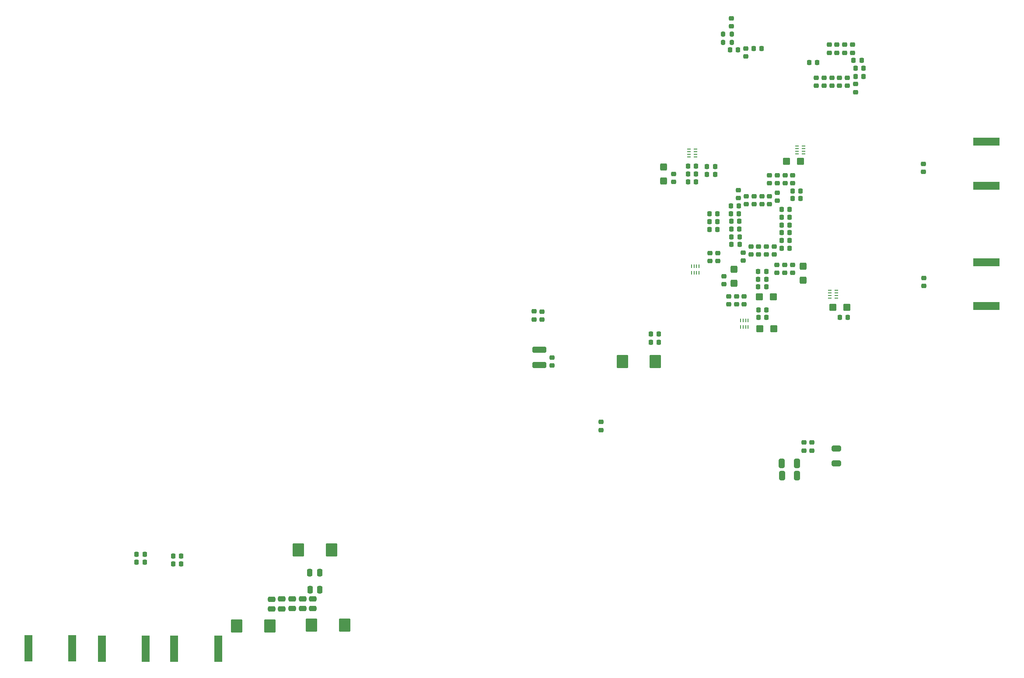
<source format=gbr>
%TF.GenerationSoftware,KiCad,Pcbnew,7.0.8-7.0.8~ubuntu22.04.1*%
%TF.CreationDate,2024-12-17T15:10:34+01:00*%
%TF.ProjectId,Bread70,42726561-6437-4302-9e6b-696361645f70,rev?*%
%TF.SameCoordinates,Original*%
%TF.FileFunction,Paste,Bot*%
%TF.FilePolarity,Positive*%
%FSLAX46Y46*%
G04 Gerber Fmt 4.6, Leading zero omitted, Abs format (unit mm)*
G04 Created by KiCad (PCBNEW 7.0.8-7.0.8~ubuntu22.04.1) date 2024-12-17 15:10:34*
%MOMM*%
%LPD*%
G01*
G04 APERTURE LIST*
G04 Aperture macros list*
%AMRoundRect*
0 Rectangle with rounded corners*
0 $1 Rounding radius*
0 $2 $3 $4 $5 $6 $7 $8 $9 X,Y pos of 4 corners*
0 Add a 4 corners polygon primitive as box body*
4,1,4,$2,$3,$4,$5,$6,$7,$8,$9,$2,$3,0*
0 Add four circle primitives for the rounded corners*
1,1,$1+$1,$2,$3*
1,1,$1+$1,$4,$5*
1,1,$1+$1,$6,$7*
1,1,$1+$1,$8,$9*
0 Add four rect primitives between the rounded corners*
20,1,$1+$1,$2,$3,$4,$5,0*
20,1,$1+$1,$4,$5,$6,$7,0*
20,1,$1+$1,$6,$7,$8,$9,0*
20,1,$1+$1,$8,$9,$2,$3,0*%
G04 Aperture macros list end*
%ADD10R,1.500000X5.080000*%
%ADD11R,5.080000X1.500000*%
%ADD12RoundRect,0.225000X-0.225000X-0.250000X0.225000X-0.250000X0.225000X0.250000X-0.225000X0.250000X0*%
%ADD13RoundRect,0.250000X0.425000X-0.450000X0.425000X0.450000X-0.425000X0.450000X-0.425000X-0.450000X0*%
%ADD14RoundRect,0.200000X0.200000X0.275000X-0.200000X0.275000X-0.200000X-0.275000X0.200000X-0.275000X0*%
%ADD15RoundRect,0.225000X0.250000X-0.225000X0.250000X0.225000X-0.250000X0.225000X-0.250000X-0.225000X0*%
%ADD16RoundRect,0.250000X0.475000X-0.250000X0.475000X0.250000X-0.475000X0.250000X-0.475000X-0.250000X0*%
%ADD17RoundRect,0.225000X0.225000X0.250000X-0.225000X0.250000X-0.225000X-0.250000X0.225000X-0.250000X0*%
%ADD18RoundRect,0.250000X0.875000X1.025000X-0.875000X1.025000X-0.875000X-1.025000X0.875000X-1.025000X0*%
%ADD19R,0.640000X0.280000*%
%ADD20R,0.280000X0.640000*%
%ADD21RoundRect,0.225000X-0.250000X0.225000X-0.250000X-0.225000X0.250000X-0.225000X0.250000X0.225000X0*%
%ADD22RoundRect,0.250000X1.100000X-0.325000X1.100000X0.325000X-1.100000X0.325000X-1.100000X-0.325000X0*%
%ADD23RoundRect,0.250000X-0.450000X-0.425000X0.450000X-0.425000X0.450000X0.425000X-0.450000X0.425000X0*%
%ADD24RoundRect,0.250000X-0.325000X-0.650000X0.325000X-0.650000X0.325000X0.650000X-0.325000X0.650000X0*%
%ADD25RoundRect,0.250000X-0.875000X-1.025000X0.875000X-1.025000X0.875000X1.025000X-0.875000X1.025000X0*%
%ADD26RoundRect,0.250000X0.250000X0.475000X-0.250000X0.475000X-0.250000X-0.475000X0.250000X-0.475000X0*%
%ADD27RoundRect,0.250000X-0.650000X0.325000X-0.650000X-0.325000X0.650000X-0.325000X0.650000X0.325000X0*%
%ADD28RoundRect,0.250000X-0.425000X0.450000X-0.425000X-0.450000X0.425000X-0.450000X0.425000X0.450000X0*%
%ADD29RoundRect,0.250000X0.450000X0.425000X-0.450000X0.425000X-0.450000X-0.425000X0.450000X-0.425000X0*%
%ADD30RoundRect,0.250000X-0.475000X0.250000X-0.475000X-0.250000X0.475000X-0.250000X0.475000X0.250000X0*%
G04 APERTURE END LIST*
D10*
%TO.C,J16*%
X74700000Y-152422500D03*
X66200000Y-152422500D03*
%TD*%
%TO.C,J10*%
X88700000Y-152450000D03*
X80200000Y-152450000D03*
%TD*%
%TO.C,J17*%
X60450000Y-152400000D03*
X51950000Y-152400000D03*
%TD*%
D11*
%TO.C,J14*%
X237427500Y-54259999D03*
X237427500Y-62759999D03*
%TD*%
%TO.C,J13*%
X237400000Y-77600000D03*
X237400000Y-86100000D03*
%TD*%
D12*
%TO.C,C140*%
X79970001Y-134496251D03*
X81520001Y-134496251D03*
%TD*%
D13*
%TO.C,C66*%
X188520000Y-81630003D03*
X188520000Y-78930003D03*
%TD*%
D14*
%TO.C,R56*%
X188102002Y-33388998D03*
X186452002Y-33388998D03*
%TD*%
D12*
%TO.C,C151*%
X212052001Y-41588999D03*
X213602001Y-41588999D03*
%TD*%
D15*
%TO.C,C93*%
X195430000Y-66370003D03*
X195430000Y-64820003D03*
%TD*%
D16*
%TO.C,C133*%
X99031818Y-144741666D03*
X99031818Y-142841666D03*
%TD*%
D13*
%TO.C,C123*%
X174940999Y-61810003D03*
X174940999Y-59110003D03*
%TD*%
D12*
%TO.C,C100*%
X179655001Y-58970002D03*
X181205001Y-58970002D03*
%TD*%
D17*
%TO.C,C110*%
X189480000Y-68170003D03*
X187930000Y-68170003D03*
%TD*%
D12*
%TO.C,C115*%
X183770001Y-68230003D03*
X185320001Y-68230003D03*
%TD*%
D18*
%TO.C,C126*%
X113190000Y-147880000D03*
X106790000Y-147880000D03*
%TD*%
D12*
%TO.C,C76*%
X183770000Y-69730003D03*
X185320000Y-69730003D03*
%TD*%
D16*
%TO.C,C279*%
X101040000Y-144729999D03*
X101040000Y-142829999D03*
%TD*%
D12*
%TO.C,C165*%
X192327001Y-36189000D03*
X193877001Y-36189000D03*
%TD*%
%TO.C,C135*%
X79970001Y-135996250D03*
X81520001Y-135996250D03*
%TD*%
D19*
%TO.C,C58*%
X207100000Y-84500000D03*
X207100000Y-84000000D03*
X207100000Y-83500000D03*
X207100000Y-83000000D03*
X208370000Y-83000000D03*
X208370000Y-83500000D03*
X208370000Y-84000000D03*
X208370000Y-84500000D03*
%TD*%
D15*
%TO.C,C30*%
X162800000Y-110075000D03*
X162800000Y-108525000D03*
%TD*%
D18*
%TO.C,C34*%
X173320000Y-96820000D03*
X166920000Y-96820000D03*
%TD*%
D12*
%TO.C,C67*%
X197780000Y-73370003D03*
X199330000Y-73370003D03*
%TD*%
D20*
%TO.C,C88*%
X189795000Y-88866000D03*
X190295000Y-88866000D03*
X190795000Y-88866000D03*
X191295000Y-88866000D03*
X191295000Y-90136000D03*
X190795000Y-90136000D03*
X190295000Y-90136000D03*
X189795000Y-90136000D03*
%TD*%
D15*
%TO.C,C173*%
X209977003Y-37013999D03*
X209977003Y-35463999D03*
%TD*%
D12*
%TO.C,C65*%
X183330001Y-59020003D03*
X184880001Y-59020003D03*
%TD*%
D20*
%TO.C,C59*%
X180308999Y-78325004D03*
X180808999Y-78325004D03*
X181308999Y-78325004D03*
X181808999Y-78325004D03*
X181808999Y-79595004D03*
X181308999Y-79595004D03*
X180808999Y-79595004D03*
X180308999Y-79595004D03*
%TD*%
D21*
%TO.C,C113*%
X198429999Y-60720003D03*
X198429999Y-62270003D03*
%TD*%
D15*
%TO.C,C159*%
X207477004Y-43414000D03*
X207477004Y-41864000D03*
%TD*%
%TO.C,C24*%
X153301865Y-97583135D03*
X153301865Y-96033135D03*
%TD*%
D17*
%TO.C,C147*%
X74470002Y-134146251D03*
X72920002Y-134146251D03*
%TD*%
D21*
%TO.C,C85*%
X191830001Y-74520003D03*
X191830001Y-76070003D03*
%TD*%
D15*
%TO.C,C81*%
X185420000Y-77355003D03*
X185420000Y-75805003D03*
%TD*%
D22*
%TO.C,C25*%
X150901865Y-97483135D03*
X150901865Y-94533135D03*
%TD*%
D15*
%TO.C,C61*%
X198399999Y-79620004D03*
X198399999Y-78070004D03*
%TD*%
D17*
%TO.C,C168*%
X189352002Y-36489002D03*
X187802002Y-36489002D03*
%TD*%
%TO.C,C119*%
X189480000Y-66670003D03*
X187930000Y-66670003D03*
%TD*%
D15*
%TO.C,C176*%
X206977000Y-37013999D03*
X206977000Y-35463999D03*
%TD*%
D23*
%TO.C,C124*%
X193558001Y-90441000D03*
X196258001Y-90441000D03*
%TD*%
D17*
%TO.C,C75*%
X189630000Y-72680002D03*
X188080000Y-72680002D03*
%TD*%
D24*
%TO.C,C187*%
X197800001Y-116510001D03*
X200750001Y-116510001D03*
%TD*%
D15*
%TO.C,C163*%
X204477002Y-43388998D03*
X204477002Y-41838998D03*
%TD*%
%TO.C,C98*%
X196930001Y-65670003D03*
X196930001Y-64120003D03*
%TD*%
D12*
%TO.C,C69*%
X183330001Y-60570003D03*
X184880001Y-60570003D03*
%TD*%
D19*
%TO.C,C89*%
X202000001Y-55070003D03*
X202000001Y-55570003D03*
X202000001Y-56070003D03*
X202000001Y-56570003D03*
X200730001Y-56570003D03*
X200730001Y-56070003D03*
X200730001Y-55570003D03*
X200730001Y-55070003D03*
%TD*%
D18*
%TO.C,C281*%
X98690000Y-148080000D03*
X92290000Y-148080000D03*
%TD*%
D15*
%TO.C,C57*%
X199930001Y-79620003D03*
X199930001Y-78070003D03*
%TD*%
D17*
%TO.C,C149*%
X74470001Y-135656251D03*
X72920001Y-135656251D03*
%TD*%
%TO.C,C99*%
X201430000Y-63770002D03*
X199880000Y-63770002D03*
%TD*%
D14*
%TO.C,R57*%
X188117000Y-34988997D03*
X186467000Y-34988997D03*
%TD*%
D21*
%TO.C,C103*%
X199930001Y-60720003D03*
X199930001Y-62270003D03*
%TD*%
D12*
%TO.C,C114*%
X197780001Y-68870003D03*
X199330001Y-68870003D03*
%TD*%
D25*
%TO.C,C130*%
X104240000Y-133330000D03*
X110640000Y-133330000D03*
%TD*%
D15*
%TO.C,C63*%
X196880002Y-79620003D03*
X196880002Y-78070003D03*
%TD*%
%TO.C,C196*%
X202100000Y-114050000D03*
X202100000Y-112500000D03*
%TD*%
D17*
%TO.C,C150*%
X213602001Y-40039000D03*
X212052001Y-40039000D03*
%TD*%
%TO.C,C64*%
X189605001Y-71170003D03*
X188055001Y-71170003D03*
%TD*%
D12*
%TO.C,C109*%
X197780001Y-70370003D03*
X199330001Y-70370003D03*
%TD*%
D15*
%TO.C,C21*%
X149870000Y-88670000D03*
X149870000Y-87120000D03*
%TD*%
D21*
%TO.C,C111*%
X194830000Y-74530003D03*
X194830000Y-76080003D03*
%TD*%
D15*
%TO.C,C195*%
X203600000Y-114050000D03*
X203600000Y-112500000D03*
%TD*%
D21*
%TO.C,C155*%
X212077003Y-43088999D03*
X212077003Y-44638999D03*
%TD*%
D16*
%TO.C,C280*%
X107040000Y-144679999D03*
X107040000Y-142779999D03*
%TD*%
D26*
%TO.C,C127*%
X108340000Y-137690000D03*
X106440000Y-137690000D03*
%TD*%
D19*
%TO.C,C87*%
X179860000Y-57170003D03*
X179860000Y-56670003D03*
X179860000Y-56170003D03*
X179860000Y-55670003D03*
X181130000Y-55670003D03*
X181130000Y-56170003D03*
X181130000Y-56670003D03*
X181130000Y-57170003D03*
%TD*%
D21*
%TO.C,C108*%
X196930001Y-60720003D03*
X196930001Y-62270003D03*
%TD*%
%TO.C,C170*%
X190827003Y-36189001D03*
X190827003Y-37739001D03*
%TD*%
D15*
%TO.C,C178*%
X211477002Y-37014000D03*
X211477002Y-35464000D03*
%TD*%
D17*
%TO.C,C91*%
X194818000Y-88291000D03*
X193268000Y-88291000D03*
%TD*%
D26*
%TO.C,C129*%
X108390000Y-140980000D03*
X106490000Y-140980000D03*
%TD*%
D15*
%TO.C,C55*%
X225297502Y-82160000D03*
X225297502Y-80610000D03*
%TD*%
%TO.C,C161*%
X188027003Y-31919001D03*
X188027003Y-30369001D03*
%TD*%
D12*
%TO.C,C94*%
X197780001Y-67370003D03*
X199330001Y-67370003D03*
%TD*%
D17*
%TO.C,C112*%
X194780001Y-82370004D03*
X193230001Y-82370004D03*
%TD*%
%TO.C,C68*%
X189629999Y-74170003D03*
X188079999Y-74170003D03*
%TD*%
D24*
%TO.C,C188*%
X197825000Y-118910002D03*
X200775000Y-118910002D03*
%TD*%
D15*
%TO.C,C97*%
X189030001Y-85720003D03*
X189030001Y-84170003D03*
%TD*%
%TO.C,C102*%
X187530000Y-85720004D03*
X187530000Y-84170004D03*
%TD*%
D12*
%TO.C,C62*%
X197780001Y-74870003D03*
X199330001Y-74870003D03*
%TD*%
D23*
%TO.C,C121*%
X193480000Y-84320003D03*
X196180000Y-84320003D03*
%TD*%
D21*
%TO.C,C106*%
X193330001Y-74530003D03*
X193330001Y-76080003D03*
%TD*%
D17*
%TO.C,C35*%
X173995000Y-93070001D03*
X172445000Y-93070001D03*
%TD*%
%TO.C,C117*%
X194780001Y-79370003D03*
X193230001Y-79370003D03*
%TD*%
D21*
%TO.C,C95*%
X176841001Y-60510003D03*
X176841001Y-62060003D03*
%TD*%
%TO.C,C60*%
X186620000Y-80305003D03*
X186620000Y-81855003D03*
%TD*%
D15*
%TO.C,C154*%
X210477001Y-43413999D03*
X210477001Y-41863999D03*
%TD*%
D27*
%TO.C,C185*%
X208400000Y-113635000D03*
X208400000Y-116585000D03*
%TD*%
D15*
%TO.C,C82*%
X190930000Y-66370002D03*
X190930000Y-64820002D03*
%TD*%
D21*
%TO.C,C83*%
X190330000Y-75695004D03*
X190330000Y-77245004D03*
%TD*%
%TO.C,C164*%
X205977001Y-41838999D03*
X205977001Y-43388999D03*
%TD*%
D15*
%TO.C,C175*%
X208477001Y-37013999D03*
X208477001Y-35463999D03*
%TD*%
D17*
%TO.C,C96*%
X194833001Y-86791000D03*
X193283001Y-86791000D03*
%TD*%
D12*
%TO.C,C105*%
X179620000Y-62060003D03*
X181170000Y-62060003D03*
%TD*%
D17*
%TO.C,C169*%
X213252001Y-38489000D03*
X211702001Y-38489000D03*
%TD*%
D21*
%TO.C,C160*%
X208977003Y-41863999D03*
X208977003Y-43413999D03*
%TD*%
D17*
%TO.C,C104*%
X201430001Y-65270003D03*
X199880001Y-65270003D03*
%TD*%
D21*
%TO.C,C101*%
X196330001Y-74520003D03*
X196330001Y-76070003D03*
%TD*%
%TO.C,C54*%
X225250000Y-58545000D03*
X225250000Y-60095000D03*
%TD*%
D12*
%TO.C,C90*%
X179630000Y-60520003D03*
X181180000Y-60520003D03*
%TD*%
D15*
%TO.C,C120*%
X192430001Y-66370002D03*
X192430001Y-64820002D03*
%TD*%
D28*
%TO.C,C70*%
X201920000Y-78330003D03*
X201920000Y-81030003D03*
%TD*%
D12*
%TO.C,C71*%
X197780001Y-71870002D03*
X199330001Y-71870002D03*
%TD*%
D15*
%TO.C,C79*%
X189430001Y-65170003D03*
X189430001Y-63620003D03*
%TD*%
D16*
%TO.C,C128*%
X105040000Y-144690000D03*
X105040000Y-142790000D03*
%TD*%
D15*
%TO.C,C116*%
X193930001Y-66370002D03*
X193930001Y-64820002D03*
%TD*%
D17*
%TO.C,C32*%
X173995000Y-91520000D03*
X172445000Y-91520000D03*
%TD*%
%TO.C,C72*%
X189605001Y-69680003D03*
X188055001Y-69680003D03*
%TD*%
D21*
%TO.C,C118*%
X195430001Y-60720003D03*
X195430001Y-62270003D03*
%TD*%
D17*
%TO.C,C174*%
X204671002Y-38896998D03*
X203121002Y-38896998D03*
%TD*%
D29*
%TO.C,C86*%
X210380000Y-86309999D03*
X207680000Y-86309999D03*
%TD*%
D15*
%TO.C,C20*%
X151401865Y-88683135D03*
X151401865Y-87133135D03*
%TD*%
D29*
%TO.C,C122*%
X201380001Y-58070003D03*
X198680001Y-58070003D03*
%TD*%
D30*
%TO.C,C131*%
X103040000Y-142790000D03*
X103040000Y-144690000D03*
%TD*%
D17*
%TO.C,C107*%
X194780001Y-80870002D03*
X193230001Y-80870002D03*
%TD*%
D15*
%TO.C,C92*%
X190530000Y-85720003D03*
X190530000Y-84170003D03*
%TD*%
D12*
%TO.C,C77*%
X209040000Y-88229999D03*
X210590000Y-88229999D03*
%TD*%
D15*
%TO.C,C78*%
X183870000Y-77355003D03*
X183870000Y-75805003D03*
%TD*%
D12*
%TO.C,C73*%
X183770000Y-71230003D03*
X185320000Y-71230003D03*
%TD*%
M02*

</source>
